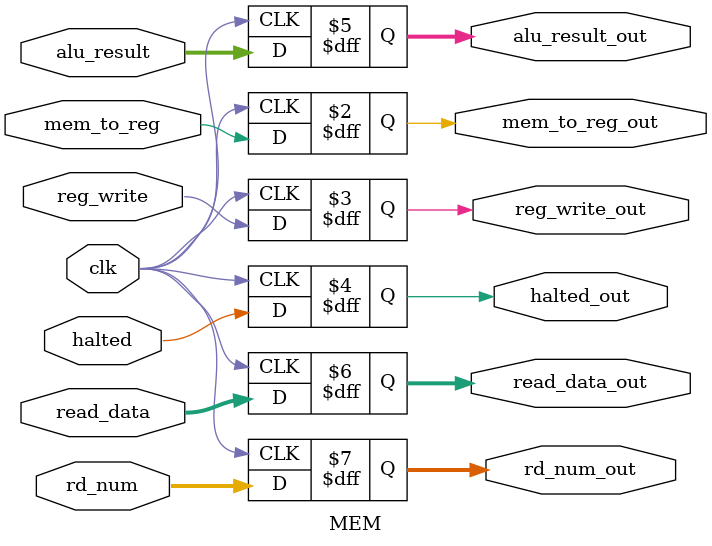
<source format=sv>
module MEM (
    clk,
	
	alu_result,
	mem_to_reg,
	read_data,
	rd_num,
	reg_write,
	halted,

	alu_result_out,
	mem_to_reg_out,
	read_data_out,
	rd_num_out,
	reg_write_out,
	halted_out
);



input clk, mem_to_reg, reg_write, halted;
input [31:0] alu_result, read_data;
input [4:0] rd_num;

output reg mem_to_reg_out, reg_write_out, halted_out;
output reg [31:0] alu_result_out, read_data_out;
output reg [4:0] rd_num_out;

always @(posedge clk) begin
	$display("##################################################################");
	$display("MEM");
	$display("mem_to_reg: %b reg_write: %b alu_result: %b read_data: %b rd_num: %b", mem_to_reg, reg_write, alu_result, read_data, rd_num);
	
	mem_to_reg_out <= mem_to_reg;
	reg_write_out <= reg_write;
	alu_result_out <= alu_result;
	read_data_out <= read_data;
	rd_num_out <= rd_num;
	halted_out <= halted;
end

endmodule
</source>
